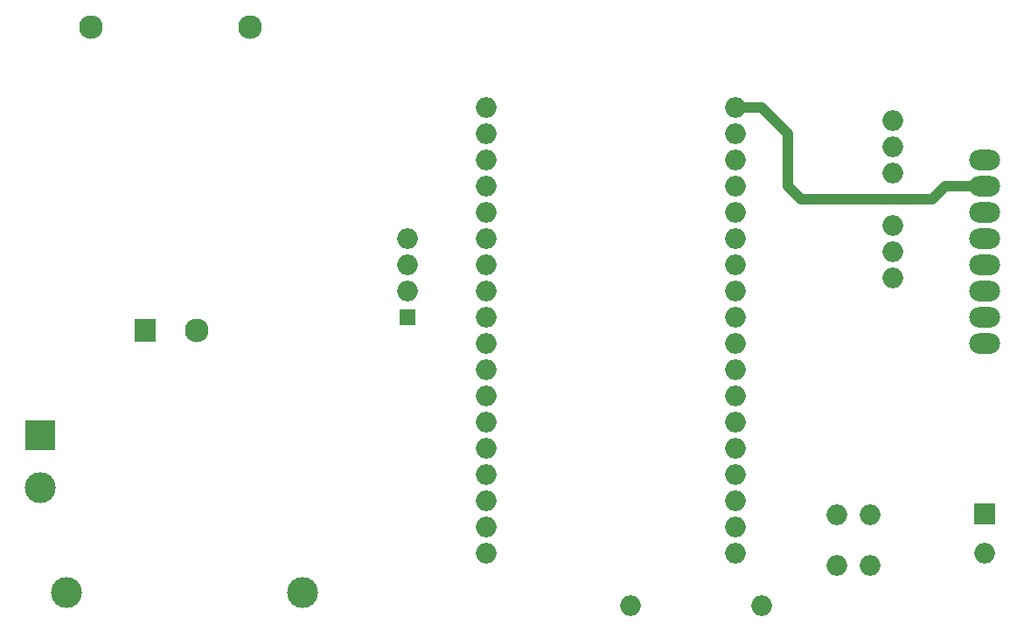
<source format=gbr>
G04 #@! TF.GenerationSoftware,KiCad,Pcbnew,(5.1.6)-1*
G04 #@! TF.CreationDate,2021-03-04T09:10:38+01:00*
G04 #@! TF.ProjectId,LoraV1,4c6f7261-5631-42e6-9b69-6361645f7063,rev?*
G04 #@! TF.SameCoordinates,Original*
G04 #@! TF.FileFunction,Copper,L1,Top*
G04 #@! TF.FilePolarity,Positive*
%FSLAX46Y46*%
G04 Gerber Fmt 4.6, Leading zero omitted, Abs format (unit mm)*
G04 Created by KiCad (PCBNEW (5.1.6)-1) date 2021-03-04 09:10:38*
%MOMM*%
%LPD*%
G01*
G04 APERTURE LIST*
G04 #@! TA.AperFunction,ComponentPad*
%ADD10O,2.000000X2.000000*%
G04 #@! TD*
G04 #@! TA.AperFunction,ComponentPad*
%ADD11R,1.500000X1.500000*%
G04 #@! TD*
G04 #@! TA.AperFunction,ComponentPad*
%ADD12O,3.000000X2.000000*%
G04 #@! TD*
G04 #@! TA.AperFunction,ComponentPad*
%ADD13R,2.000000X2.000000*%
G04 #@! TD*
G04 #@! TA.AperFunction,ComponentPad*
%ADD14C,3.000000*%
G04 #@! TD*
G04 #@! TA.AperFunction,ComponentPad*
%ADD15C,2.300000*%
G04 #@! TD*
G04 #@! TA.AperFunction,ComponentPad*
%ADD16R,2.000000X2.300000*%
G04 #@! TD*
G04 #@! TA.AperFunction,ComponentPad*
%ADD17R,3.000000X3.000000*%
G04 #@! TD*
G04 #@! TA.AperFunction,Conductor*
%ADD18C,1.000000*%
G04 #@! TD*
G04 APERTURE END LIST*
D10*
G04 #@! TO.P,U3,4*
G04 #@! TO.N,N/C*
X149860000Y-86360000D03*
G04 #@! TO.P,U3,3*
G04 #@! TO.N,Net-(PS1-Pad3)*
X149860000Y-88900000D03*
G04 #@! TO.P,U3,2*
G04 #@! TO.N,Net-(U3-Pad2)*
X149860000Y-91440000D03*
D11*
G04 #@! TO.P,U3,1*
G04 #@! TO.N,Net-(U2-Pad17)*
X149860000Y-93980000D03*
G04 #@! TD*
D12*
G04 #@! TO.P,U4,1*
G04 #@! TO.N,Net-(PS1-Pad4)*
X205740000Y-78740000D03*
G04 #@! TO.P,U4,2*
G04 #@! TO.N,Net-(C1-Pad2)*
X205740000Y-81280000D03*
G04 #@! TO.P,U4,3*
G04 #@! TO.N,Net-(JP1-Pad2)*
X205740000Y-83820000D03*
G04 #@! TO.P,U4,4*
G04 #@! TO.N,Net-(JP2-Pad2)*
X205740000Y-86360000D03*
G04 #@! TO.P,U4,5*
G04 #@! TO.N,Net-(C1-Pad2)*
X205740000Y-88900000D03*
G04 #@! TO.P,U4,6*
G04 #@! TO.N,Net-(U4-Pad6)*
X205740000Y-91440000D03*
G04 #@! TO.P,U4,7*
G04 #@! TO.N,Net-(U4-Pad7)*
X205740000Y-93980000D03*
G04 #@! TO.P,U4,8*
G04 #@! TO.N,Net-(U4-Pad8)*
X205740000Y-96520000D03*
G04 #@! TD*
D10*
G04 #@! TO.P,D1,1*
G04 #@! TO.N,Net-(D1-Pad1)*
X191440000Y-118020000D03*
G04 #@! TO.P,D1,2*
G04 #@! TO.N,Net-(C1-Pad2)*
X194640000Y-118020000D03*
G04 #@! TO.P,D1,4*
G04 #@! TO.N,Net-(D1-Pad4)*
X191440000Y-113120000D03*
G04 #@! TO.P,D1,3*
G04 #@! TO.N,Net-(C1-Pad1)*
X194640000Y-113120000D03*
G04 #@! TD*
G04 #@! TO.P,JP1,3*
G04 #@! TO.N,Net-(JP1-Pad3)*
X196850000Y-80010000D03*
G04 #@! TO.P,JP1,2*
G04 #@! TO.N,Net-(JP1-Pad2)*
X196850000Y-77470000D03*
G04 #@! TO.P,JP1,1*
G04 #@! TO.N,Net-(JP1-Pad1)*
X196850000Y-74930000D03*
G04 #@! TD*
G04 #@! TO.P,JP2,1*
G04 #@! TO.N,Net-(JP2-Pad1)*
X196850000Y-90170000D03*
G04 #@! TO.P,JP2,2*
G04 #@! TO.N,Net-(JP2-Pad2)*
X196850000Y-87630000D03*
G04 #@! TO.P,JP2,3*
G04 #@! TO.N,Net-(JP2-Pad3)*
X196850000Y-85090000D03*
G04 #@! TD*
G04 #@! TO.P,R1,2*
G04 #@! TO.N,Net-(R1-Pad2)*
X171450000Y-121920000D03*
G04 #@! TO.P,R1,1*
G04 #@! TO.N,Net-(D1-Pad4)*
X184150000Y-121920000D03*
G04 #@! TD*
D13*
G04 #@! TO.P,C1,1*
G04 #@! TO.N,Net-(C1-Pad1)*
X205740000Y-113030000D03*
D10*
G04 #@! TO.P,C1,2*
G04 #@! TO.N,Net-(C1-Pad2)*
X205740000Y-116830000D03*
G04 #@! TD*
D14*
G04 #@! TO.P,F1,2*
G04 #@! TO.N,Net-(F1-Pad2)*
X116840000Y-120650000D03*
G04 #@! TO.P,F1,1*
G04 #@! TO.N,Net-(F1-Pad1)*
X139700000Y-120650000D03*
G04 #@! TD*
D15*
G04 #@! TO.P,PS1,3*
G04 #@! TO.N,Net-(PS1-Pad3)*
X119260000Y-65850000D03*
D16*
G04 #@! TO.P,PS1,1*
G04 #@! TO.N,Net-(J1-Pad1)*
X124460000Y-95250000D03*
D15*
G04 #@! TO.P,PS1,2*
G04 #@! TO.N,Net-(F1-Pad1)*
X129460000Y-95250000D03*
G04 #@! TO.P,PS1,4*
G04 #@! TO.N,Net-(PS1-Pad4)*
X134660000Y-65850000D03*
G04 #@! TD*
D10*
G04 #@! TO.P,U2,50*
G04 #@! TO.N,Net-(PS1-Pad3)*
X157480000Y-73660000D03*
G04 #@! TO.P,U2,99*
G04 #@! TO.N,Net-(U2-Pad99)*
X157480000Y-76200000D03*
G04 #@! TO.P,U2,51*
G04 #@! TO.N,Net-(C1-Pad1)*
X157480000Y-78740000D03*
G04 #@! TO.P,U2,50*
G04 #@! TO.N,Net-(PS1-Pad3)*
X157480000Y-81280000D03*
G04 #@! TO.P,U2,3*
G04 #@! TO.N,Net-(U2-Pad3)*
X157480000Y-83820000D03*
G04 #@! TO.P,U2,1*
G04 #@! TO.N,Net-(U2-Pad1)*
X157480000Y-86360000D03*
G04 #@! TO.P,U2,53*
G04 #@! TO.N,Net-(U2-Pad53)*
X157480000Y-88900000D03*
G04 #@! TO.P,U2,0*
G04 #@! TO.N,Net-(U2-Pad0)*
X157480000Y-91440000D03*
G04 #@! TO.P,U2,22*
G04 #@! TO.N,Net-(JP1-Pad1)*
X157480000Y-93980000D03*
G04 #@! TO.P,U2,19*
G04 #@! TO.N,Net-(U2-Pad19)*
X157480000Y-96520000D03*
G04 #@! TO.P,U2,23*
G04 #@! TO.N,Net-(U2-Pad23)*
X157480000Y-99060000D03*
G04 #@! TO.P,U2,18*
G04 #@! TO.N,Net-(U2-Pad18)*
X157480000Y-101600000D03*
G04 #@! TO.P,U2,5*
G04 #@! TO.N,Net-(U2-Pad5)*
X157480000Y-104140000D03*
G04 #@! TO.P,U2,15*
G04 #@! TO.N,Net-(JP1-Pad3)*
X157480000Y-106680000D03*
G04 #@! TO.P,U2,2*
G04 #@! TO.N,Net-(U2-Pad2)*
X157480000Y-109220000D03*
G04 #@! TO.P,U2,4*
G04 #@! TO.N,Net-(JP2-Pad3)*
X157480000Y-111760000D03*
G04 #@! TO.P,U2,17*
G04 #@! TO.N,Net-(U2-Pad17)*
X157480000Y-114300000D03*
G04 #@! TO.P,U2,16*
G04 #@! TO.N,Net-(U2-Pad16)*
X157480000Y-116840000D03*
G04 #@! TO.P,U2,21*
G04 #@! TO.N,Net-(JP2-Pad1)*
X181610000Y-116840000D03*
G04 #@! TO.P,U2,13*
G04 #@! TO.N,Net-(R1-Pad2)*
X181610000Y-114300000D03*
G04 #@! TO.P,U2,12*
G04 #@! TO.N,Net-(U2-Pad12)*
X181610000Y-111760000D03*
G04 #@! TO.P,U2,14*
G04 #@! TO.N,Net-(U2-Pad14)*
X181610000Y-109220000D03*
G04 #@! TO.P,U2,27*
G04 #@! TO.N,Net-(U2-Pad27)*
X181610000Y-106680000D03*
G04 #@! TO.P,U2,26*
G04 #@! TO.N,Net-(U2-Pad26)*
X181610000Y-104140000D03*
G04 #@! TO.P,U2,25*
G04 #@! TO.N,Net-(U2-Pad25)*
X181610000Y-101600000D03*
G04 #@! TO.P,U2,33*
G04 #@! TO.N,Net-(U2-Pad33)*
X181610000Y-99060000D03*
G04 #@! TO.P,U2,32*
G04 #@! TO.N,Net-(U2-Pad32)*
X181610000Y-96520000D03*
G04 #@! TO.P,U2,35*
G04 #@! TO.N,Net-(U2-Pad35)*
X181610000Y-93980000D03*
G04 #@! TO.P,U2,34*
G04 #@! TO.N,Net-(U2-Pad34)*
X181610000Y-91440000D03*
G04 #@! TO.P,U2,39*
G04 #@! TO.N,Net-(U2-Pad39)*
X181610000Y-88900000D03*
G04 #@! TO.P,U2,38*
G04 #@! TO.N,Net-(U2-Pad38)*
X181610000Y-86360000D03*
G04 #@! TO.P,U2,37*
G04 #@! TO.N,Net-(U2-Pad37)*
X181610000Y-83820000D03*
G04 #@! TO.P,U2,36*
G04 #@! TO.N,Net-(U2-Pad36)*
X181610000Y-81280000D03*
G04 #@! TO.P,U2,51*
G04 #@! TO.N,Net-(C1-Pad1)*
X181610000Y-78740000D03*
G04 #@! TO.P,U2,98*
G04 #@! TO.N,Net-(U2-Pad98)*
X181610000Y-76200000D03*
G04 #@! TO.P,U2,52*
G04 #@! TO.N,Net-(C1-Pad2)*
X181610000Y-73660000D03*
G04 #@! TD*
D17*
G04 #@! TO.P,J1,1*
G04 #@! TO.N,Net-(J1-Pad1)*
X114300000Y-105410000D03*
D14*
G04 #@! TO.P,J1,2*
G04 #@! TO.N,Net-(F1-Pad2)*
X114300000Y-110490000D03*
G04 #@! TD*
D18*
G04 #@! TO.N,Net-(C1-Pad2)*
X205309999Y-81710001D02*
X205740000Y-81280000D01*
X181610000Y-73660000D02*
X184150000Y-73660000D01*
X184150000Y-73660000D02*
X186690000Y-76200000D01*
X186690000Y-76200000D02*
X186690000Y-81280000D01*
X186690000Y-81280000D02*
X187960000Y-82550000D01*
X201930000Y-81280000D02*
X205740000Y-81280000D01*
X200660000Y-82550000D02*
X201930000Y-81280000D01*
X187960000Y-82550000D02*
X200660000Y-82550000D01*
G04 #@! TD*
M02*

</source>
